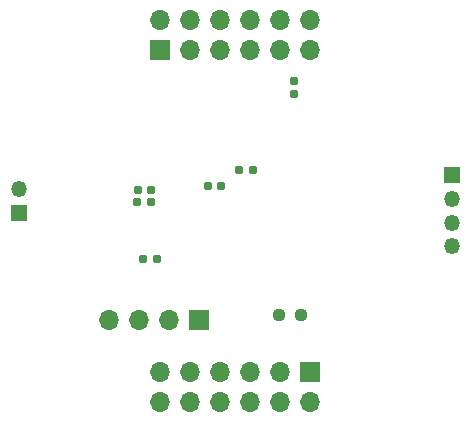
<source format=gbr>
%TF.GenerationSoftware,KiCad,Pcbnew,7.0.5*%
%TF.CreationDate,2024-01-17T11:16:08-05:00*%
%TF.ProjectId,MCU,4d43552e-6b69-4636-9164-5f7063625858,rev?*%
%TF.SameCoordinates,Original*%
%TF.FileFunction,Soldermask,Bot*%
%TF.FilePolarity,Negative*%
%FSLAX46Y46*%
G04 Gerber Fmt 4.6, Leading zero omitted, Abs format (unit mm)*
G04 Created by KiCad (PCBNEW 7.0.5) date 2024-01-17 11:16:08*
%MOMM*%
%LPD*%
G01*
G04 APERTURE LIST*
G04 Aperture macros list*
%AMRoundRect*
0 Rectangle with rounded corners*
0 $1 Rounding radius*
0 $2 $3 $4 $5 $6 $7 $8 $9 X,Y pos of 4 corners*
0 Add a 4 corners polygon primitive as box body*
4,1,4,$2,$3,$4,$5,$6,$7,$8,$9,$2,$3,0*
0 Add four circle primitives for the rounded corners*
1,1,$1+$1,$2,$3*
1,1,$1+$1,$4,$5*
1,1,$1+$1,$6,$7*
1,1,$1+$1,$8,$9*
0 Add four rect primitives between the rounded corners*
20,1,$1+$1,$2,$3,$4,$5,0*
20,1,$1+$1,$4,$5,$6,$7,0*
20,1,$1+$1,$6,$7,$8,$9,0*
20,1,$1+$1,$8,$9,$2,$3,0*%
G04 Aperture macros list end*
%ADD10R,1.700000X1.700000*%
%ADD11O,1.700000X1.700000*%
%ADD12R,1.350000X1.350000*%
%ADD13O,1.350000X1.350000*%
%ADD14RoundRect,0.155000X0.212500X0.155000X-0.212500X0.155000X-0.212500X-0.155000X0.212500X-0.155000X0*%
%ADD15RoundRect,0.160000X0.197500X0.160000X-0.197500X0.160000X-0.197500X-0.160000X0.197500X-0.160000X0*%
%ADD16RoundRect,0.155000X0.155000X-0.212500X0.155000X0.212500X-0.155000X0.212500X-0.155000X-0.212500X0*%
%ADD17RoundRect,0.160000X-0.197500X-0.160000X0.197500X-0.160000X0.197500X0.160000X-0.197500X0.160000X0*%
%ADD18RoundRect,0.155000X-0.212500X-0.155000X0.212500X-0.155000X0.212500X0.155000X-0.212500X0.155000X0*%
%ADD19RoundRect,0.237500X-0.250000X-0.237500X0.250000X-0.237500X0.250000X0.237500X-0.250000X0.237500X0*%
G04 APERTURE END LIST*
D10*
%TO.C,J1*%
X143810000Y-86465599D03*
D11*
X143810000Y-83925599D03*
X146350000Y-86465599D03*
X146350000Y-83925599D03*
X148890000Y-86465599D03*
X148890000Y-83925599D03*
X151430000Y-86465599D03*
X151430000Y-83925599D03*
X153970000Y-86465599D03*
X153970000Y-83925599D03*
X156510000Y-86465599D03*
X156510000Y-83925599D03*
%TD*%
D10*
%TO.C,J2*%
X156510000Y-113743621D03*
D11*
X156510000Y-116283621D03*
X153970000Y-113743621D03*
X153970000Y-116283621D03*
X151430000Y-113743621D03*
X151430000Y-116283621D03*
X148890000Y-113743621D03*
X148890000Y-116283621D03*
X146350000Y-113743621D03*
X146350000Y-116283621D03*
X143810000Y-113743621D03*
X143810000Y-116283621D03*
%TD*%
D10*
%TO.C,J4*%
X147060000Y-109358621D03*
D11*
X144520000Y-109358621D03*
X141980000Y-109358621D03*
X139440000Y-109358621D03*
%TD*%
D12*
%TO.C,J6*%
X168510000Y-97104610D03*
D13*
X168510000Y-99104610D03*
X168510000Y-101104610D03*
X168510000Y-103104610D03*
%TD*%
D12*
%TO.C,J5*%
X131860000Y-100298621D03*
D13*
X131860000Y-98298621D03*
%TD*%
D14*
%TO.C,C6*%
X143487500Y-104158621D03*
X142352500Y-104158621D03*
%TD*%
%TO.C,C5*%
X148957500Y-97968621D03*
X147822500Y-97968621D03*
%TD*%
D15*
%TO.C,R21*%
X151657500Y-96688621D03*
X150462500Y-96688621D03*
%TD*%
D16*
%TO.C,C16*%
X155090000Y-90236121D03*
X155090000Y-89101121D03*
%TD*%
D17*
%TO.C,R10*%
X141852500Y-99368621D03*
X143047500Y-99368621D03*
%TD*%
D18*
%TO.C,C15*%
X141882500Y-98358621D03*
X143017500Y-98358621D03*
%TD*%
D19*
%TO.C,R20*%
X153875000Y-108948621D03*
X155700000Y-108948621D03*
%TD*%
M02*

</source>
